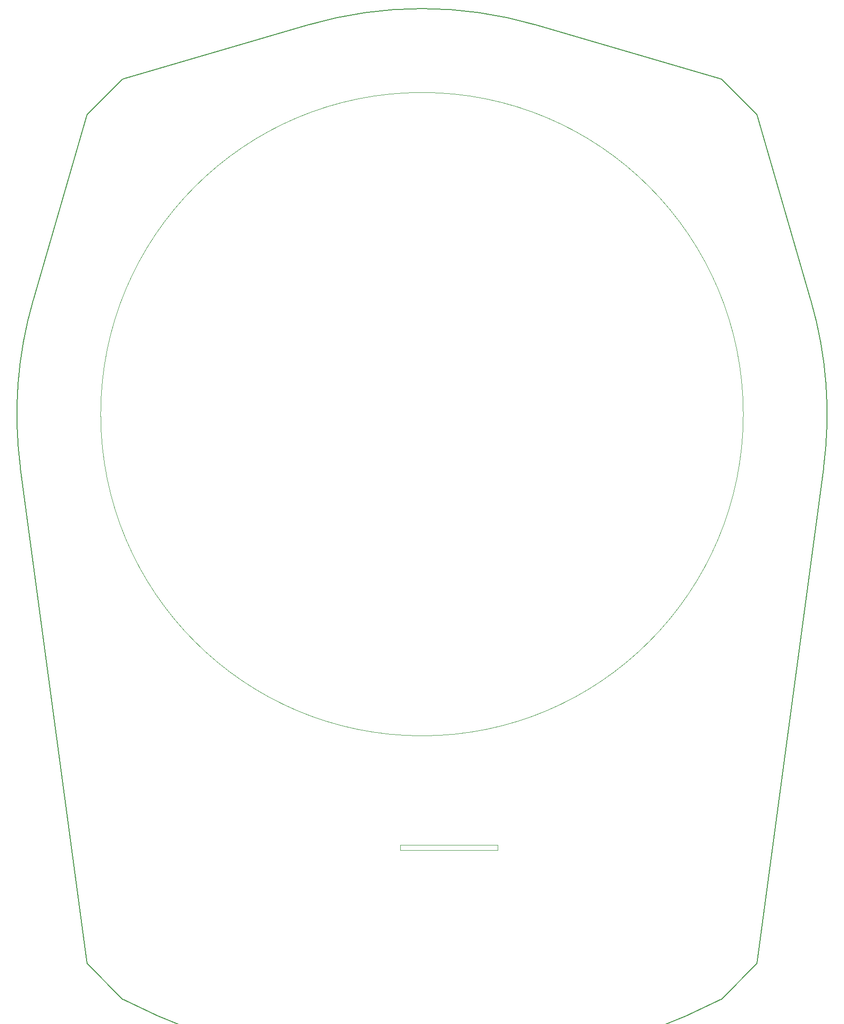
<source format=gbr>
%TF.GenerationSoftware,KiCad,Pcbnew,8.0.7*%
%TF.CreationDate,2025-01-02T06:30:13+11:00*%
%TF.ProjectId,plasma toroid unified,706c6173-6d61-4207-946f-726f69642075,v1.02*%
%TF.SameCoordinates,Original*%
%TF.FileFunction,Profile,NP*%
%FSLAX46Y46*%
G04 Gerber Fmt 4.6, Leading zero omitted, Abs format (unit mm)*
G04 Created by KiCad (PCBNEW 8.0.7) date 2025-01-02 06:30:13*
%MOMM*%
%LPD*%
G01*
G04 APERTURE LIST*
%TA.AperFunction,Profile*%
%ADD10C,0.150000*%
%TD*%
%TA.AperFunction,Profile*%
%ADD11C,0.100000*%
%TD*%
%TA.AperFunction,Profile*%
%ADD12C,0.120000*%
%TD*%
G04 APERTURE END LIST*
D10*
X140070410Y-218237852D02*
X146434371Y-224601813D01*
X179753811Y-50404316D02*
X146434371Y-60093354D01*
X130381372Y-99776755D02*
X140070410Y-66457315D01*
X271849060Y-129697092D02*
X259925010Y-218237852D01*
X253561049Y-224601813D02*
G75*
G02*
X146434371Y-224601813I-53563339J104581163D01*
G01*
X259925010Y-218237852D02*
X253561049Y-224601813D01*
D11*
X196075000Y-197000000D02*
X213575000Y-197000000D01*
X213575000Y-198000000D01*
X196075000Y-198000000D01*
X196075000Y-197000000D01*
D10*
X220241609Y-50404316D02*
X253561049Y-60093354D01*
X269614048Y-99776755D02*
G75*
G02*
X271849079Y-129697095I-69616348J-20243945D01*
G01*
X128146360Y-129697092D02*
G75*
G02*
X130381371Y-99776755I71851340J9676442D01*
G01*
X128146360Y-129697092D02*
X140070410Y-218237852D01*
X269614048Y-99776755D02*
X259925010Y-66457315D01*
X146434371Y-60093354D02*
X140070410Y-66457315D01*
X259925010Y-66457315D02*
X253561049Y-60093354D01*
X179753811Y-50404316D02*
G75*
G02*
X220241609Y-50404316I20243899J-69616332D01*
G01*
D12*
%TO.C,L2*%
X257497710Y-120020654D02*
G75*
G02*
X142497710Y-120020654I-57500000J0D01*
G01*
X142497710Y-120020654D02*
G75*
G02*
X257497710Y-120020654I57500000J0D01*
G01*
%TD*%
M02*

</source>
